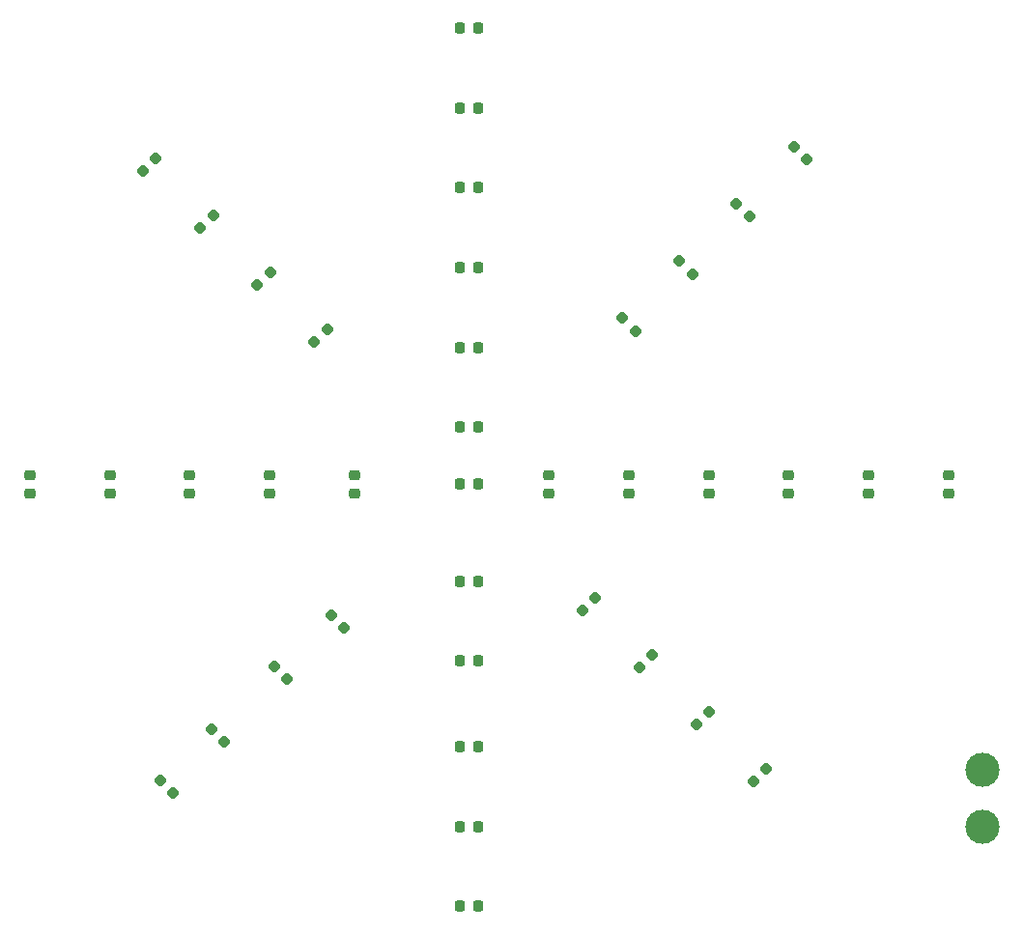
<source format=gts>
G04 #@! TF.GenerationSoftware,KiCad,Pcbnew,9.0.2-9.0.2-0~ubuntu24.04.1*
G04 #@! TF.CreationDate,2025-06-21T09:29:29-07:00*
G04 #@! TF.ProjectId,2025-flex-spiral,32303235-2d66-46c6-9578-2d7370697261,rev?*
G04 #@! TF.SameCoordinates,Original*
G04 #@! TF.FileFunction,Soldermask,Top*
G04 #@! TF.FilePolarity,Negative*
%FSLAX46Y46*%
G04 Gerber Fmt 4.6, Leading zero omitted, Abs format (unit mm)*
G04 Created by KiCad (PCBNEW 9.0.2-9.0.2-0~ubuntu24.04.1) date 2025-06-21 09:29:29*
%MOMM*%
%LPD*%
G01*
G04 APERTURE LIST*
G04 Aperture macros list*
%AMRoundRect*
0 Rectangle with rounded corners*
0 $1 Rounding radius*
0 $2 $3 $4 $5 $6 $7 $8 $9 X,Y pos of 4 corners*
0 Add a 4 corners polygon primitive as box body*
4,1,4,$2,$3,$4,$5,$6,$7,$8,$9,$2,$3,0*
0 Add four circle primitives for the rounded corners*
1,1,$1+$1,$2,$3*
1,1,$1+$1,$4,$5*
1,1,$1+$1,$6,$7*
1,1,$1+$1,$8,$9*
0 Add four rect primitives between the rounded corners*
20,1,$1+$1,$2,$3,$4,$5,0*
20,1,$1+$1,$4,$5,$6,$7,0*
20,1,$1+$1,$6,$7,$8,$9,0*
20,1,$1+$1,$8,$9,$2,$3,0*%
G04 Aperture macros list end*
%ADD10RoundRect,0.218750X-0.218750X-0.256250X0.218750X-0.256250X0.218750X0.256250X-0.218750X0.256250X0*%
%ADD11RoundRect,0.218750X0.026517X-0.335876X0.335876X-0.026517X-0.026517X0.335876X-0.335876X0.026517X0*%
%ADD12C,3.000000*%
%ADD13RoundRect,0.218750X0.335876X0.026517X0.026517X0.335876X-0.335876X-0.026517X-0.026517X-0.335876X0*%
%ADD14RoundRect,0.218750X0.256250X-0.218750X0.256250X0.218750X-0.256250X0.218750X-0.256250X-0.218750X0*%
G04 APERTURE END LIST*
D10*
G04 #@! TO.C,D17*
X99212500Y-123000000D03*
X100787500Y-123000000D03*
G04 #@! TD*
D11*
G04 #@! TO.C,D20*
X81443153Y-82556847D03*
X82556847Y-81443153D03*
G04 #@! TD*
D12*
G04 #@! TO.C,TP2*
X145000000Y-130050000D03*
G04 #@! TD*
D10*
G04 #@! TO.C,D33*
X99212500Y-137000000D03*
X100787500Y-137000000D03*
G04 #@! TD*
G04 #@! TO.C,D9*
X99212500Y-115500000D03*
X100787500Y-115500000D03*
G04 #@! TD*
D13*
G04 #@! TO.C,D34*
X74056847Y-127056847D03*
X72943153Y-125943153D03*
G04 #@! TD*
D10*
G04 #@! TO.C,D4*
X99212500Y-108500000D03*
X100787500Y-108500000D03*
G04 #@! TD*
D14*
G04 #@! TO.C,D27*
X68500000Y-100787501D03*
X68500000Y-99212499D03*
G04 #@! TD*
D11*
G04 #@! TO.C,D28*
X76443153Y-77556847D03*
X77556847Y-76443153D03*
G04 #@! TD*
G04 #@! TO.C,D24*
X119943153Y-121056847D03*
X121056847Y-119943153D03*
G04 #@! TD*
D14*
G04 #@! TO.C,D31*
X135000000Y-100787501D03*
X135000000Y-99212499D03*
G04 #@! TD*
D10*
G04 #@! TO.C,D13*
X99212500Y-81000000D03*
X100787500Y-81000000D03*
G04 #@! TD*
G04 #@! TO.C,D21*
X99212500Y-74000000D03*
X100787500Y-74000000D03*
G04 #@! TD*
D14*
G04 #@! TO.C,D15*
X121000000Y-100787501D03*
X121000000Y-99212499D03*
G04 #@! TD*
D11*
G04 #@! TO.C,D16*
X114943153Y-116056847D03*
X116056847Y-114943153D03*
G04 #@! TD*
D14*
G04 #@! TO.C,D35*
X61500000Y-100787501D03*
X61500000Y-99212499D03*
G04 #@! TD*
D10*
G04 #@! TO.C,D37*
X99212500Y-60000000D03*
X100787500Y-60000000D03*
G04 #@! TD*
D14*
G04 #@! TO.C,D11*
X82500000Y-100787500D03*
X82500000Y-99212500D03*
G04 #@! TD*
D13*
G04 #@! TO.C,D10*
X89056847Y-112556847D03*
X87943153Y-111443153D03*
G04 #@! TD*
D14*
G04 #@! TO.C,D3*
X107000000Y-100787501D03*
X107000000Y-99212499D03*
G04 #@! TD*
D10*
G04 #@! TO.C,D2*
X99212500Y-95000000D03*
X100787500Y-95000000D03*
G04 #@! TD*
D11*
G04 #@! TO.C,D36*
X71443153Y-72556847D03*
X72556847Y-71443153D03*
G04 #@! TD*
D14*
G04 #@! TO.C,D5*
X90000000Y-100787500D03*
X90000000Y-99212500D03*
G04 #@! TD*
D10*
G04 #@! TO.C,D6*
X99212500Y-88000000D03*
X100787500Y-88000000D03*
G04 #@! TD*
G04 #@! TO.C,D29*
X99212500Y-67000000D03*
X100787500Y-67000000D03*
G04 #@! TD*
D13*
G04 #@! TO.C,D26*
X78556847Y-122556847D03*
X77443153Y-121443153D03*
G04 #@! TD*
D10*
G04 #@! TO.C,D1*
X99212500Y-100000000D03*
X100787500Y-100000000D03*
G04 #@! TD*
D11*
G04 #@! TO.C,D12*
X86443153Y-87556847D03*
X87556847Y-86443153D03*
G04 #@! TD*
D14*
G04 #@! TO.C,D39*
X142000000Y-100787501D03*
X142000000Y-99212499D03*
G04 #@! TD*
D12*
G04 #@! TO.C,TP1*
X145000000Y-125000000D03*
G04 #@! TD*
D13*
G04 #@! TO.C,D38*
X129556847Y-71556847D03*
X128443153Y-70443153D03*
G04 #@! TD*
G04 #@! TO.C,D18*
X84056847Y-117056847D03*
X82943153Y-115943153D03*
G04 #@! TD*
D14*
G04 #@! TO.C,D19*
X75500000Y-100787501D03*
X75500000Y-99212499D03*
G04 #@! TD*
D13*
G04 #@! TO.C,D30*
X124556847Y-76556847D03*
X123443153Y-75443153D03*
G04 #@! TD*
D11*
G04 #@! TO.C,D8*
X109943153Y-111056847D03*
X111056847Y-109943153D03*
G04 #@! TD*
G04 #@! TO.C,D32*
X124943153Y-126056847D03*
X126056847Y-124943153D03*
G04 #@! TD*
D13*
G04 #@! TO.C,D14*
X114556847Y-86556847D03*
X113443153Y-85443153D03*
G04 #@! TD*
D14*
G04 #@! TO.C,D23*
X128000000Y-100787501D03*
X128000000Y-99212499D03*
G04 #@! TD*
D10*
G04 #@! TO.C,D25*
X99212500Y-130000000D03*
X100787500Y-130000000D03*
G04 #@! TD*
D14*
G04 #@! TO.C,D7*
X114000000Y-100787500D03*
X114000000Y-99212500D03*
G04 #@! TD*
D13*
G04 #@! TO.C,D22*
X119556847Y-81556847D03*
X118443153Y-80443153D03*
G04 #@! TD*
M02*

</source>
